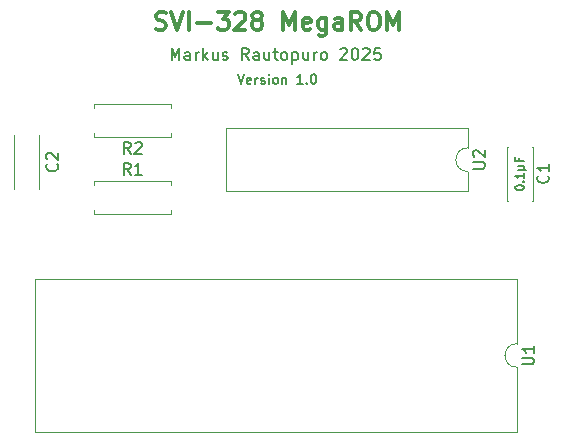
<source format=gbr>
%TF.GenerationSoftware,KiCad,Pcbnew,8.0.6*%
%TF.CreationDate,2025-01-07T17:27:52+02:00*%
%TF.ProjectId,SVI-328-MegaROM,5356492d-3332-4382-9d4d-656761524f4d,1.0*%
%TF.SameCoordinates,Original*%
%TF.FileFunction,Legend,Top*%
%TF.FilePolarity,Positive*%
%FSLAX46Y46*%
G04 Gerber Fmt 4.6, Leading zero omitted, Abs format (unit mm)*
G04 Created by KiCad (PCBNEW 8.0.6) date 2025-01-07 17:27:52*
%MOMM*%
%LPD*%
G01*
G04 APERTURE LIST*
%ADD10C,0.150000*%
%ADD11C,0.300000*%
%ADD12C,0.120000*%
G04 APERTURE END LIST*
D10*
X130620363Y-111094295D02*
X130887030Y-111894295D01*
X130887030Y-111894295D02*
X131153696Y-111094295D01*
X131725125Y-111856200D02*
X131648934Y-111894295D01*
X131648934Y-111894295D02*
X131496553Y-111894295D01*
X131496553Y-111894295D02*
X131420363Y-111856200D01*
X131420363Y-111856200D02*
X131382267Y-111780009D01*
X131382267Y-111780009D02*
X131382267Y-111475247D01*
X131382267Y-111475247D02*
X131420363Y-111399057D01*
X131420363Y-111399057D02*
X131496553Y-111360961D01*
X131496553Y-111360961D02*
X131648934Y-111360961D01*
X131648934Y-111360961D02*
X131725125Y-111399057D01*
X131725125Y-111399057D02*
X131763220Y-111475247D01*
X131763220Y-111475247D02*
X131763220Y-111551438D01*
X131763220Y-111551438D02*
X131382267Y-111627628D01*
X132106077Y-111894295D02*
X132106077Y-111360961D01*
X132106077Y-111513342D02*
X132144172Y-111437152D01*
X132144172Y-111437152D02*
X132182267Y-111399057D01*
X132182267Y-111399057D02*
X132258458Y-111360961D01*
X132258458Y-111360961D02*
X132334648Y-111360961D01*
X132563219Y-111856200D02*
X132639410Y-111894295D01*
X132639410Y-111894295D02*
X132791791Y-111894295D01*
X132791791Y-111894295D02*
X132867981Y-111856200D01*
X132867981Y-111856200D02*
X132906077Y-111780009D01*
X132906077Y-111780009D02*
X132906077Y-111741914D01*
X132906077Y-111741914D02*
X132867981Y-111665723D01*
X132867981Y-111665723D02*
X132791791Y-111627628D01*
X132791791Y-111627628D02*
X132677505Y-111627628D01*
X132677505Y-111627628D02*
X132601315Y-111589533D01*
X132601315Y-111589533D02*
X132563219Y-111513342D01*
X132563219Y-111513342D02*
X132563219Y-111475247D01*
X132563219Y-111475247D02*
X132601315Y-111399057D01*
X132601315Y-111399057D02*
X132677505Y-111360961D01*
X132677505Y-111360961D02*
X132791791Y-111360961D01*
X132791791Y-111360961D02*
X132867981Y-111399057D01*
X133248934Y-111894295D02*
X133248934Y-111360961D01*
X133248934Y-111094295D02*
X133210838Y-111132390D01*
X133210838Y-111132390D02*
X133248934Y-111170485D01*
X133248934Y-111170485D02*
X133287029Y-111132390D01*
X133287029Y-111132390D02*
X133248934Y-111094295D01*
X133248934Y-111094295D02*
X133248934Y-111170485D01*
X133744171Y-111894295D02*
X133667981Y-111856200D01*
X133667981Y-111856200D02*
X133629886Y-111818104D01*
X133629886Y-111818104D02*
X133591790Y-111741914D01*
X133591790Y-111741914D02*
X133591790Y-111513342D01*
X133591790Y-111513342D02*
X133629886Y-111437152D01*
X133629886Y-111437152D02*
X133667981Y-111399057D01*
X133667981Y-111399057D02*
X133744171Y-111360961D01*
X133744171Y-111360961D02*
X133858457Y-111360961D01*
X133858457Y-111360961D02*
X133934648Y-111399057D01*
X133934648Y-111399057D02*
X133972743Y-111437152D01*
X133972743Y-111437152D02*
X134010838Y-111513342D01*
X134010838Y-111513342D02*
X134010838Y-111741914D01*
X134010838Y-111741914D02*
X133972743Y-111818104D01*
X133972743Y-111818104D02*
X133934648Y-111856200D01*
X133934648Y-111856200D02*
X133858457Y-111894295D01*
X133858457Y-111894295D02*
X133744171Y-111894295D01*
X134353696Y-111360961D02*
X134353696Y-111894295D01*
X134353696Y-111437152D02*
X134391791Y-111399057D01*
X134391791Y-111399057D02*
X134467981Y-111360961D01*
X134467981Y-111360961D02*
X134582267Y-111360961D01*
X134582267Y-111360961D02*
X134658458Y-111399057D01*
X134658458Y-111399057D02*
X134696553Y-111475247D01*
X134696553Y-111475247D02*
X134696553Y-111894295D01*
X136106077Y-111894295D02*
X135648934Y-111894295D01*
X135877506Y-111894295D02*
X135877506Y-111094295D01*
X135877506Y-111094295D02*
X135801315Y-111208580D01*
X135801315Y-111208580D02*
X135725125Y-111284771D01*
X135725125Y-111284771D02*
X135648934Y-111322866D01*
X136448935Y-111818104D02*
X136487030Y-111856200D01*
X136487030Y-111856200D02*
X136448935Y-111894295D01*
X136448935Y-111894295D02*
X136410839Y-111856200D01*
X136410839Y-111856200D02*
X136448935Y-111818104D01*
X136448935Y-111818104D02*
X136448935Y-111894295D01*
X136982268Y-111094295D02*
X137058458Y-111094295D01*
X137058458Y-111094295D02*
X137134649Y-111132390D01*
X137134649Y-111132390D02*
X137172744Y-111170485D01*
X137172744Y-111170485D02*
X137210839Y-111246676D01*
X137210839Y-111246676D02*
X137248934Y-111399057D01*
X137248934Y-111399057D02*
X137248934Y-111589533D01*
X137248934Y-111589533D02*
X137210839Y-111741914D01*
X137210839Y-111741914D02*
X137172744Y-111818104D01*
X137172744Y-111818104D02*
X137134649Y-111856200D01*
X137134649Y-111856200D02*
X137058458Y-111894295D01*
X137058458Y-111894295D02*
X136982268Y-111894295D01*
X136982268Y-111894295D02*
X136906077Y-111856200D01*
X136906077Y-111856200D02*
X136867982Y-111818104D01*
X136867982Y-111818104D02*
X136829887Y-111741914D01*
X136829887Y-111741914D02*
X136791791Y-111589533D01*
X136791791Y-111589533D02*
X136791791Y-111399057D01*
X136791791Y-111399057D02*
X136829887Y-111246676D01*
X136829887Y-111246676D02*
X136867982Y-111170485D01*
X136867982Y-111170485D02*
X136906077Y-111132390D01*
X136906077Y-111132390D02*
X136982268Y-111094295D01*
X124996551Y-109869819D02*
X124996551Y-108869819D01*
X124996551Y-108869819D02*
X125329884Y-109584104D01*
X125329884Y-109584104D02*
X125663217Y-108869819D01*
X125663217Y-108869819D02*
X125663217Y-109869819D01*
X126567979Y-109869819D02*
X126567979Y-109346009D01*
X126567979Y-109346009D02*
X126520360Y-109250771D01*
X126520360Y-109250771D02*
X126425122Y-109203152D01*
X126425122Y-109203152D02*
X126234646Y-109203152D01*
X126234646Y-109203152D02*
X126139408Y-109250771D01*
X126567979Y-109822200D02*
X126472741Y-109869819D01*
X126472741Y-109869819D02*
X126234646Y-109869819D01*
X126234646Y-109869819D02*
X126139408Y-109822200D01*
X126139408Y-109822200D02*
X126091789Y-109726961D01*
X126091789Y-109726961D02*
X126091789Y-109631723D01*
X126091789Y-109631723D02*
X126139408Y-109536485D01*
X126139408Y-109536485D02*
X126234646Y-109488866D01*
X126234646Y-109488866D02*
X126472741Y-109488866D01*
X126472741Y-109488866D02*
X126567979Y-109441247D01*
X127044170Y-109869819D02*
X127044170Y-109203152D01*
X127044170Y-109393628D02*
X127091789Y-109298390D01*
X127091789Y-109298390D02*
X127139408Y-109250771D01*
X127139408Y-109250771D02*
X127234646Y-109203152D01*
X127234646Y-109203152D02*
X127329884Y-109203152D01*
X127663218Y-109869819D02*
X127663218Y-108869819D01*
X127758456Y-109488866D02*
X128044170Y-109869819D01*
X128044170Y-109203152D02*
X127663218Y-109584104D01*
X128901313Y-109203152D02*
X128901313Y-109869819D01*
X128472742Y-109203152D02*
X128472742Y-109726961D01*
X128472742Y-109726961D02*
X128520361Y-109822200D01*
X128520361Y-109822200D02*
X128615599Y-109869819D01*
X128615599Y-109869819D02*
X128758456Y-109869819D01*
X128758456Y-109869819D02*
X128853694Y-109822200D01*
X128853694Y-109822200D02*
X128901313Y-109774580D01*
X129329885Y-109822200D02*
X129425123Y-109869819D01*
X129425123Y-109869819D02*
X129615599Y-109869819D01*
X129615599Y-109869819D02*
X129710837Y-109822200D01*
X129710837Y-109822200D02*
X129758456Y-109726961D01*
X129758456Y-109726961D02*
X129758456Y-109679342D01*
X129758456Y-109679342D02*
X129710837Y-109584104D01*
X129710837Y-109584104D02*
X129615599Y-109536485D01*
X129615599Y-109536485D02*
X129472742Y-109536485D01*
X129472742Y-109536485D02*
X129377504Y-109488866D01*
X129377504Y-109488866D02*
X129329885Y-109393628D01*
X129329885Y-109393628D02*
X129329885Y-109346009D01*
X129329885Y-109346009D02*
X129377504Y-109250771D01*
X129377504Y-109250771D02*
X129472742Y-109203152D01*
X129472742Y-109203152D02*
X129615599Y-109203152D01*
X129615599Y-109203152D02*
X129710837Y-109250771D01*
X131520361Y-109869819D02*
X131187028Y-109393628D01*
X130948933Y-109869819D02*
X130948933Y-108869819D01*
X130948933Y-108869819D02*
X131329885Y-108869819D01*
X131329885Y-108869819D02*
X131425123Y-108917438D01*
X131425123Y-108917438D02*
X131472742Y-108965057D01*
X131472742Y-108965057D02*
X131520361Y-109060295D01*
X131520361Y-109060295D02*
X131520361Y-109203152D01*
X131520361Y-109203152D02*
X131472742Y-109298390D01*
X131472742Y-109298390D02*
X131425123Y-109346009D01*
X131425123Y-109346009D02*
X131329885Y-109393628D01*
X131329885Y-109393628D02*
X130948933Y-109393628D01*
X132377504Y-109869819D02*
X132377504Y-109346009D01*
X132377504Y-109346009D02*
X132329885Y-109250771D01*
X132329885Y-109250771D02*
X132234647Y-109203152D01*
X132234647Y-109203152D02*
X132044171Y-109203152D01*
X132044171Y-109203152D02*
X131948933Y-109250771D01*
X132377504Y-109822200D02*
X132282266Y-109869819D01*
X132282266Y-109869819D02*
X132044171Y-109869819D01*
X132044171Y-109869819D02*
X131948933Y-109822200D01*
X131948933Y-109822200D02*
X131901314Y-109726961D01*
X131901314Y-109726961D02*
X131901314Y-109631723D01*
X131901314Y-109631723D02*
X131948933Y-109536485D01*
X131948933Y-109536485D02*
X132044171Y-109488866D01*
X132044171Y-109488866D02*
X132282266Y-109488866D01*
X132282266Y-109488866D02*
X132377504Y-109441247D01*
X133282266Y-109203152D02*
X133282266Y-109869819D01*
X132853695Y-109203152D02*
X132853695Y-109726961D01*
X132853695Y-109726961D02*
X132901314Y-109822200D01*
X132901314Y-109822200D02*
X132996552Y-109869819D01*
X132996552Y-109869819D02*
X133139409Y-109869819D01*
X133139409Y-109869819D02*
X133234647Y-109822200D01*
X133234647Y-109822200D02*
X133282266Y-109774580D01*
X133615600Y-109203152D02*
X133996552Y-109203152D01*
X133758457Y-108869819D02*
X133758457Y-109726961D01*
X133758457Y-109726961D02*
X133806076Y-109822200D01*
X133806076Y-109822200D02*
X133901314Y-109869819D01*
X133901314Y-109869819D02*
X133996552Y-109869819D01*
X134472743Y-109869819D02*
X134377505Y-109822200D01*
X134377505Y-109822200D02*
X134329886Y-109774580D01*
X134329886Y-109774580D02*
X134282267Y-109679342D01*
X134282267Y-109679342D02*
X134282267Y-109393628D01*
X134282267Y-109393628D02*
X134329886Y-109298390D01*
X134329886Y-109298390D02*
X134377505Y-109250771D01*
X134377505Y-109250771D02*
X134472743Y-109203152D01*
X134472743Y-109203152D02*
X134615600Y-109203152D01*
X134615600Y-109203152D02*
X134710838Y-109250771D01*
X134710838Y-109250771D02*
X134758457Y-109298390D01*
X134758457Y-109298390D02*
X134806076Y-109393628D01*
X134806076Y-109393628D02*
X134806076Y-109679342D01*
X134806076Y-109679342D02*
X134758457Y-109774580D01*
X134758457Y-109774580D02*
X134710838Y-109822200D01*
X134710838Y-109822200D02*
X134615600Y-109869819D01*
X134615600Y-109869819D02*
X134472743Y-109869819D01*
X135234648Y-109203152D02*
X135234648Y-110203152D01*
X135234648Y-109250771D02*
X135329886Y-109203152D01*
X135329886Y-109203152D02*
X135520362Y-109203152D01*
X135520362Y-109203152D02*
X135615600Y-109250771D01*
X135615600Y-109250771D02*
X135663219Y-109298390D01*
X135663219Y-109298390D02*
X135710838Y-109393628D01*
X135710838Y-109393628D02*
X135710838Y-109679342D01*
X135710838Y-109679342D02*
X135663219Y-109774580D01*
X135663219Y-109774580D02*
X135615600Y-109822200D01*
X135615600Y-109822200D02*
X135520362Y-109869819D01*
X135520362Y-109869819D02*
X135329886Y-109869819D01*
X135329886Y-109869819D02*
X135234648Y-109822200D01*
X136567981Y-109203152D02*
X136567981Y-109869819D01*
X136139410Y-109203152D02*
X136139410Y-109726961D01*
X136139410Y-109726961D02*
X136187029Y-109822200D01*
X136187029Y-109822200D02*
X136282267Y-109869819D01*
X136282267Y-109869819D02*
X136425124Y-109869819D01*
X136425124Y-109869819D02*
X136520362Y-109822200D01*
X136520362Y-109822200D02*
X136567981Y-109774580D01*
X137044172Y-109869819D02*
X137044172Y-109203152D01*
X137044172Y-109393628D02*
X137091791Y-109298390D01*
X137091791Y-109298390D02*
X137139410Y-109250771D01*
X137139410Y-109250771D02*
X137234648Y-109203152D01*
X137234648Y-109203152D02*
X137329886Y-109203152D01*
X137806077Y-109869819D02*
X137710839Y-109822200D01*
X137710839Y-109822200D02*
X137663220Y-109774580D01*
X137663220Y-109774580D02*
X137615601Y-109679342D01*
X137615601Y-109679342D02*
X137615601Y-109393628D01*
X137615601Y-109393628D02*
X137663220Y-109298390D01*
X137663220Y-109298390D02*
X137710839Y-109250771D01*
X137710839Y-109250771D02*
X137806077Y-109203152D01*
X137806077Y-109203152D02*
X137948934Y-109203152D01*
X137948934Y-109203152D02*
X138044172Y-109250771D01*
X138044172Y-109250771D02*
X138091791Y-109298390D01*
X138091791Y-109298390D02*
X138139410Y-109393628D01*
X138139410Y-109393628D02*
X138139410Y-109679342D01*
X138139410Y-109679342D02*
X138091791Y-109774580D01*
X138091791Y-109774580D02*
X138044172Y-109822200D01*
X138044172Y-109822200D02*
X137948934Y-109869819D01*
X137948934Y-109869819D02*
X137806077Y-109869819D01*
X139282268Y-108965057D02*
X139329887Y-108917438D01*
X139329887Y-108917438D02*
X139425125Y-108869819D01*
X139425125Y-108869819D02*
X139663220Y-108869819D01*
X139663220Y-108869819D02*
X139758458Y-108917438D01*
X139758458Y-108917438D02*
X139806077Y-108965057D01*
X139806077Y-108965057D02*
X139853696Y-109060295D01*
X139853696Y-109060295D02*
X139853696Y-109155533D01*
X139853696Y-109155533D02*
X139806077Y-109298390D01*
X139806077Y-109298390D02*
X139234649Y-109869819D01*
X139234649Y-109869819D02*
X139853696Y-109869819D01*
X140472744Y-108869819D02*
X140567982Y-108869819D01*
X140567982Y-108869819D02*
X140663220Y-108917438D01*
X140663220Y-108917438D02*
X140710839Y-108965057D01*
X140710839Y-108965057D02*
X140758458Y-109060295D01*
X140758458Y-109060295D02*
X140806077Y-109250771D01*
X140806077Y-109250771D02*
X140806077Y-109488866D01*
X140806077Y-109488866D02*
X140758458Y-109679342D01*
X140758458Y-109679342D02*
X140710839Y-109774580D01*
X140710839Y-109774580D02*
X140663220Y-109822200D01*
X140663220Y-109822200D02*
X140567982Y-109869819D01*
X140567982Y-109869819D02*
X140472744Y-109869819D01*
X140472744Y-109869819D02*
X140377506Y-109822200D01*
X140377506Y-109822200D02*
X140329887Y-109774580D01*
X140329887Y-109774580D02*
X140282268Y-109679342D01*
X140282268Y-109679342D02*
X140234649Y-109488866D01*
X140234649Y-109488866D02*
X140234649Y-109250771D01*
X140234649Y-109250771D02*
X140282268Y-109060295D01*
X140282268Y-109060295D02*
X140329887Y-108965057D01*
X140329887Y-108965057D02*
X140377506Y-108917438D01*
X140377506Y-108917438D02*
X140472744Y-108869819D01*
X141187030Y-108965057D02*
X141234649Y-108917438D01*
X141234649Y-108917438D02*
X141329887Y-108869819D01*
X141329887Y-108869819D02*
X141567982Y-108869819D01*
X141567982Y-108869819D02*
X141663220Y-108917438D01*
X141663220Y-108917438D02*
X141710839Y-108965057D01*
X141710839Y-108965057D02*
X141758458Y-109060295D01*
X141758458Y-109060295D02*
X141758458Y-109155533D01*
X141758458Y-109155533D02*
X141710839Y-109298390D01*
X141710839Y-109298390D02*
X141139411Y-109869819D01*
X141139411Y-109869819D02*
X141758458Y-109869819D01*
X142663220Y-108869819D02*
X142187030Y-108869819D01*
X142187030Y-108869819D02*
X142139411Y-109346009D01*
X142139411Y-109346009D02*
X142187030Y-109298390D01*
X142187030Y-109298390D02*
X142282268Y-109250771D01*
X142282268Y-109250771D02*
X142520363Y-109250771D01*
X142520363Y-109250771D02*
X142615601Y-109298390D01*
X142615601Y-109298390D02*
X142663220Y-109346009D01*
X142663220Y-109346009D02*
X142710839Y-109441247D01*
X142710839Y-109441247D02*
X142710839Y-109679342D01*
X142710839Y-109679342D02*
X142663220Y-109774580D01*
X142663220Y-109774580D02*
X142615601Y-109822200D01*
X142615601Y-109822200D02*
X142520363Y-109869819D01*
X142520363Y-109869819D02*
X142282268Y-109869819D01*
X142282268Y-109869819D02*
X142187030Y-109822200D01*
X142187030Y-109822200D02*
X142139411Y-109774580D01*
D11*
X123678572Y-107229400D02*
X123892858Y-107300828D01*
X123892858Y-107300828D02*
X124250000Y-107300828D01*
X124250000Y-107300828D02*
X124392858Y-107229400D01*
X124392858Y-107229400D02*
X124464286Y-107157971D01*
X124464286Y-107157971D02*
X124535715Y-107015114D01*
X124535715Y-107015114D02*
X124535715Y-106872257D01*
X124535715Y-106872257D02*
X124464286Y-106729400D01*
X124464286Y-106729400D02*
X124392858Y-106657971D01*
X124392858Y-106657971D02*
X124250000Y-106586542D01*
X124250000Y-106586542D02*
X123964286Y-106515114D01*
X123964286Y-106515114D02*
X123821429Y-106443685D01*
X123821429Y-106443685D02*
X123750000Y-106372257D01*
X123750000Y-106372257D02*
X123678572Y-106229400D01*
X123678572Y-106229400D02*
X123678572Y-106086542D01*
X123678572Y-106086542D02*
X123750000Y-105943685D01*
X123750000Y-105943685D02*
X123821429Y-105872257D01*
X123821429Y-105872257D02*
X123964286Y-105800828D01*
X123964286Y-105800828D02*
X124321429Y-105800828D01*
X124321429Y-105800828D02*
X124535715Y-105872257D01*
X124964286Y-105800828D02*
X125464286Y-107300828D01*
X125464286Y-107300828D02*
X125964286Y-105800828D01*
X126464285Y-107300828D02*
X126464285Y-105800828D01*
X127178571Y-106729400D02*
X128321429Y-106729400D01*
X128892857Y-105800828D02*
X129821429Y-105800828D01*
X129821429Y-105800828D02*
X129321429Y-106372257D01*
X129321429Y-106372257D02*
X129535714Y-106372257D01*
X129535714Y-106372257D02*
X129678572Y-106443685D01*
X129678572Y-106443685D02*
X129750000Y-106515114D01*
X129750000Y-106515114D02*
X129821429Y-106657971D01*
X129821429Y-106657971D02*
X129821429Y-107015114D01*
X129821429Y-107015114D02*
X129750000Y-107157971D01*
X129750000Y-107157971D02*
X129678572Y-107229400D01*
X129678572Y-107229400D02*
X129535714Y-107300828D01*
X129535714Y-107300828D02*
X129107143Y-107300828D01*
X129107143Y-107300828D02*
X128964286Y-107229400D01*
X128964286Y-107229400D02*
X128892857Y-107157971D01*
X130392857Y-105943685D02*
X130464285Y-105872257D01*
X130464285Y-105872257D02*
X130607143Y-105800828D01*
X130607143Y-105800828D02*
X130964285Y-105800828D01*
X130964285Y-105800828D02*
X131107143Y-105872257D01*
X131107143Y-105872257D02*
X131178571Y-105943685D01*
X131178571Y-105943685D02*
X131250000Y-106086542D01*
X131250000Y-106086542D02*
X131250000Y-106229400D01*
X131250000Y-106229400D02*
X131178571Y-106443685D01*
X131178571Y-106443685D02*
X130321428Y-107300828D01*
X130321428Y-107300828D02*
X131250000Y-107300828D01*
X132107142Y-106443685D02*
X131964285Y-106372257D01*
X131964285Y-106372257D02*
X131892856Y-106300828D01*
X131892856Y-106300828D02*
X131821428Y-106157971D01*
X131821428Y-106157971D02*
X131821428Y-106086542D01*
X131821428Y-106086542D02*
X131892856Y-105943685D01*
X131892856Y-105943685D02*
X131964285Y-105872257D01*
X131964285Y-105872257D02*
X132107142Y-105800828D01*
X132107142Y-105800828D02*
X132392856Y-105800828D01*
X132392856Y-105800828D02*
X132535714Y-105872257D01*
X132535714Y-105872257D02*
X132607142Y-105943685D01*
X132607142Y-105943685D02*
X132678571Y-106086542D01*
X132678571Y-106086542D02*
X132678571Y-106157971D01*
X132678571Y-106157971D02*
X132607142Y-106300828D01*
X132607142Y-106300828D02*
X132535714Y-106372257D01*
X132535714Y-106372257D02*
X132392856Y-106443685D01*
X132392856Y-106443685D02*
X132107142Y-106443685D01*
X132107142Y-106443685D02*
X131964285Y-106515114D01*
X131964285Y-106515114D02*
X131892856Y-106586542D01*
X131892856Y-106586542D02*
X131821428Y-106729400D01*
X131821428Y-106729400D02*
X131821428Y-107015114D01*
X131821428Y-107015114D02*
X131892856Y-107157971D01*
X131892856Y-107157971D02*
X131964285Y-107229400D01*
X131964285Y-107229400D02*
X132107142Y-107300828D01*
X132107142Y-107300828D02*
X132392856Y-107300828D01*
X132392856Y-107300828D02*
X132535714Y-107229400D01*
X132535714Y-107229400D02*
X132607142Y-107157971D01*
X132607142Y-107157971D02*
X132678571Y-107015114D01*
X132678571Y-107015114D02*
X132678571Y-106729400D01*
X132678571Y-106729400D02*
X132607142Y-106586542D01*
X132607142Y-106586542D02*
X132535714Y-106515114D01*
X132535714Y-106515114D02*
X132392856Y-106443685D01*
X134464284Y-107300828D02*
X134464284Y-105800828D01*
X134464284Y-105800828D02*
X134964284Y-106872257D01*
X134964284Y-106872257D02*
X135464284Y-105800828D01*
X135464284Y-105800828D02*
X135464284Y-107300828D01*
X136749999Y-107229400D02*
X136607142Y-107300828D01*
X136607142Y-107300828D02*
X136321428Y-107300828D01*
X136321428Y-107300828D02*
X136178570Y-107229400D01*
X136178570Y-107229400D02*
X136107142Y-107086542D01*
X136107142Y-107086542D02*
X136107142Y-106515114D01*
X136107142Y-106515114D02*
X136178570Y-106372257D01*
X136178570Y-106372257D02*
X136321428Y-106300828D01*
X136321428Y-106300828D02*
X136607142Y-106300828D01*
X136607142Y-106300828D02*
X136749999Y-106372257D01*
X136749999Y-106372257D02*
X136821428Y-106515114D01*
X136821428Y-106515114D02*
X136821428Y-106657971D01*
X136821428Y-106657971D02*
X136107142Y-106800828D01*
X138107142Y-106300828D02*
X138107142Y-107515114D01*
X138107142Y-107515114D02*
X138035713Y-107657971D01*
X138035713Y-107657971D02*
X137964284Y-107729400D01*
X137964284Y-107729400D02*
X137821427Y-107800828D01*
X137821427Y-107800828D02*
X137607142Y-107800828D01*
X137607142Y-107800828D02*
X137464284Y-107729400D01*
X138107142Y-107229400D02*
X137964284Y-107300828D01*
X137964284Y-107300828D02*
X137678570Y-107300828D01*
X137678570Y-107300828D02*
X137535713Y-107229400D01*
X137535713Y-107229400D02*
X137464284Y-107157971D01*
X137464284Y-107157971D02*
X137392856Y-107015114D01*
X137392856Y-107015114D02*
X137392856Y-106586542D01*
X137392856Y-106586542D02*
X137464284Y-106443685D01*
X137464284Y-106443685D02*
X137535713Y-106372257D01*
X137535713Y-106372257D02*
X137678570Y-106300828D01*
X137678570Y-106300828D02*
X137964284Y-106300828D01*
X137964284Y-106300828D02*
X138107142Y-106372257D01*
X139464285Y-107300828D02*
X139464285Y-106515114D01*
X139464285Y-106515114D02*
X139392856Y-106372257D01*
X139392856Y-106372257D02*
X139249999Y-106300828D01*
X139249999Y-106300828D02*
X138964285Y-106300828D01*
X138964285Y-106300828D02*
X138821427Y-106372257D01*
X139464285Y-107229400D02*
X139321427Y-107300828D01*
X139321427Y-107300828D02*
X138964285Y-107300828D01*
X138964285Y-107300828D02*
X138821427Y-107229400D01*
X138821427Y-107229400D02*
X138749999Y-107086542D01*
X138749999Y-107086542D02*
X138749999Y-106943685D01*
X138749999Y-106943685D02*
X138821427Y-106800828D01*
X138821427Y-106800828D02*
X138964285Y-106729400D01*
X138964285Y-106729400D02*
X139321427Y-106729400D01*
X139321427Y-106729400D02*
X139464285Y-106657971D01*
X141035713Y-107300828D02*
X140535713Y-106586542D01*
X140178570Y-107300828D02*
X140178570Y-105800828D01*
X140178570Y-105800828D02*
X140749999Y-105800828D01*
X140749999Y-105800828D02*
X140892856Y-105872257D01*
X140892856Y-105872257D02*
X140964285Y-105943685D01*
X140964285Y-105943685D02*
X141035713Y-106086542D01*
X141035713Y-106086542D02*
X141035713Y-106300828D01*
X141035713Y-106300828D02*
X140964285Y-106443685D01*
X140964285Y-106443685D02*
X140892856Y-106515114D01*
X140892856Y-106515114D02*
X140749999Y-106586542D01*
X140749999Y-106586542D02*
X140178570Y-106586542D01*
X141964285Y-105800828D02*
X142249999Y-105800828D01*
X142249999Y-105800828D02*
X142392856Y-105872257D01*
X142392856Y-105872257D02*
X142535713Y-106015114D01*
X142535713Y-106015114D02*
X142607142Y-106300828D01*
X142607142Y-106300828D02*
X142607142Y-106800828D01*
X142607142Y-106800828D02*
X142535713Y-107086542D01*
X142535713Y-107086542D02*
X142392856Y-107229400D01*
X142392856Y-107229400D02*
X142249999Y-107300828D01*
X142249999Y-107300828D02*
X141964285Y-107300828D01*
X141964285Y-107300828D02*
X141821428Y-107229400D01*
X141821428Y-107229400D02*
X141678570Y-107086542D01*
X141678570Y-107086542D02*
X141607142Y-106800828D01*
X141607142Y-106800828D02*
X141607142Y-106300828D01*
X141607142Y-106300828D02*
X141678570Y-106015114D01*
X141678570Y-106015114D02*
X141821428Y-105872257D01*
X141821428Y-105872257D02*
X141964285Y-105800828D01*
X143249999Y-107300828D02*
X143249999Y-105800828D01*
X143249999Y-105800828D02*
X143749999Y-106872257D01*
X143749999Y-106872257D02*
X144249999Y-105800828D01*
X144249999Y-105800828D02*
X144249999Y-107300828D01*
D10*
X121523333Y-117824819D02*
X121190000Y-117348628D01*
X120951905Y-117824819D02*
X120951905Y-116824819D01*
X120951905Y-116824819D02*
X121332857Y-116824819D01*
X121332857Y-116824819D02*
X121428095Y-116872438D01*
X121428095Y-116872438D02*
X121475714Y-116920057D01*
X121475714Y-116920057D02*
X121523333Y-117015295D01*
X121523333Y-117015295D02*
X121523333Y-117158152D01*
X121523333Y-117158152D02*
X121475714Y-117253390D01*
X121475714Y-117253390D02*
X121428095Y-117301009D01*
X121428095Y-117301009D02*
X121332857Y-117348628D01*
X121332857Y-117348628D02*
X120951905Y-117348628D01*
X121904286Y-116920057D02*
X121951905Y-116872438D01*
X121951905Y-116872438D02*
X122047143Y-116824819D01*
X122047143Y-116824819D02*
X122285238Y-116824819D01*
X122285238Y-116824819D02*
X122380476Y-116872438D01*
X122380476Y-116872438D02*
X122428095Y-116920057D01*
X122428095Y-116920057D02*
X122475714Y-117015295D01*
X122475714Y-117015295D02*
X122475714Y-117110533D01*
X122475714Y-117110533D02*
X122428095Y-117253390D01*
X122428095Y-117253390D02*
X121856667Y-117824819D01*
X121856667Y-117824819D02*
X122475714Y-117824819D01*
X121523333Y-119584819D02*
X121190000Y-119108628D01*
X120951905Y-119584819D02*
X120951905Y-118584819D01*
X120951905Y-118584819D02*
X121332857Y-118584819D01*
X121332857Y-118584819D02*
X121428095Y-118632438D01*
X121428095Y-118632438D02*
X121475714Y-118680057D01*
X121475714Y-118680057D02*
X121523333Y-118775295D01*
X121523333Y-118775295D02*
X121523333Y-118918152D01*
X121523333Y-118918152D02*
X121475714Y-119013390D01*
X121475714Y-119013390D02*
X121428095Y-119061009D01*
X121428095Y-119061009D02*
X121332857Y-119108628D01*
X121332857Y-119108628D02*
X120951905Y-119108628D01*
X122475714Y-119584819D02*
X121904286Y-119584819D01*
X122190000Y-119584819D02*
X122190000Y-118584819D01*
X122190000Y-118584819D02*
X122094762Y-118727676D01*
X122094762Y-118727676D02*
X121999524Y-118822914D01*
X121999524Y-118822914D02*
X121904286Y-118870533D01*
X150524819Y-119071904D02*
X151334342Y-119071904D01*
X151334342Y-119071904D02*
X151429580Y-119024285D01*
X151429580Y-119024285D02*
X151477200Y-118976666D01*
X151477200Y-118976666D02*
X151524819Y-118881428D01*
X151524819Y-118881428D02*
X151524819Y-118690952D01*
X151524819Y-118690952D02*
X151477200Y-118595714D01*
X151477200Y-118595714D02*
X151429580Y-118548095D01*
X151429580Y-118548095D02*
X151334342Y-118500476D01*
X151334342Y-118500476D02*
X150524819Y-118500476D01*
X150620057Y-118071904D02*
X150572438Y-118024285D01*
X150572438Y-118024285D02*
X150524819Y-117929047D01*
X150524819Y-117929047D02*
X150524819Y-117690952D01*
X150524819Y-117690952D02*
X150572438Y-117595714D01*
X150572438Y-117595714D02*
X150620057Y-117548095D01*
X150620057Y-117548095D02*
X150715295Y-117500476D01*
X150715295Y-117500476D02*
X150810533Y-117500476D01*
X150810533Y-117500476D02*
X150953390Y-117548095D01*
X150953390Y-117548095D02*
X151524819Y-118119523D01*
X151524819Y-118119523D02*
X151524819Y-117500476D01*
X154684819Y-135641904D02*
X155494342Y-135641904D01*
X155494342Y-135641904D02*
X155589580Y-135594285D01*
X155589580Y-135594285D02*
X155637200Y-135546666D01*
X155637200Y-135546666D02*
X155684819Y-135451428D01*
X155684819Y-135451428D02*
X155684819Y-135260952D01*
X155684819Y-135260952D02*
X155637200Y-135165714D01*
X155637200Y-135165714D02*
X155589580Y-135118095D01*
X155589580Y-135118095D02*
X155494342Y-135070476D01*
X155494342Y-135070476D02*
X154684819Y-135070476D01*
X155684819Y-134070476D02*
X155684819Y-134641904D01*
X155684819Y-134356190D02*
X154684819Y-134356190D01*
X154684819Y-134356190D02*
X154827676Y-134451428D01*
X154827676Y-134451428D02*
X154922914Y-134546666D01*
X154922914Y-134546666D02*
X154970533Y-134641904D01*
X115299580Y-118666666D02*
X115347200Y-118714285D01*
X115347200Y-118714285D02*
X115394819Y-118857142D01*
X115394819Y-118857142D02*
X115394819Y-118952380D01*
X115394819Y-118952380D02*
X115347200Y-119095237D01*
X115347200Y-119095237D02*
X115251961Y-119190475D01*
X115251961Y-119190475D02*
X115156723Y-119238094D01*
X115156723Y-119238094D02*
X114966247Y-119285713D01*
X114966247Y-119285713D02*
X114823390Y-119285713D01*
X114823390Y-119285713D02*
X114632914Y-119238094D01*
X114632914Y-119238094D02*
X114537676Y-119190475D01*
X114537676Y-119190475D02*
X114442438Y-119095237D01*
X114442438Y-119095237D02*
X114394819Y-118952380D01*
X114394819Y-118952380D02*
X114394819Y-118857142D01*
X114394819Y-118857142D02*
X114442438Y-118714285D01*
X114442438Y-118714285D02*
X114490057Y-118666666D01*
X114490057Y-118285713D02*
X114442438Y-118238094D01*
X114442438Y-118238094D02*
X114394819Y-118142856D01*
X114394819Y-118142856D02*
X114394819Y-117904761D01*
X114394819Y-117904761D02*
X114442438Y-117809523D01*
X114442438Y-117809523D02*
X114490057Y-117761904D01*
X114490057Y-117761904D02*
X114585295Y-117714285D01*
X114585295Y-117714285D02*
X114680533Y-117714285D01*
X114680533Y-117714285D02*
X114823390Y-117761904D01*
X114823390Y-117761904D02*
X115394819Y-118333332D01*
X115394819Y-118333332D02*
X115394819Y-117714285D01*
X154116033Y-120700000D02*
X154116033Y-120633333D01*
X154116033Y-120633333D02*
X154149366Y-120566666D01*
X154149366Y-120566666D02*
X154182700Y-120533333D01*
X154182700Y-120533333D02*
X154249366Y-120500000D01*
X154249366Y-120500000D02*
X154382700Y-120466666D01*
X154382700Y-120466666D02*
X154549366Y-120466666D01*
X154549366Y-120466666D02*
X154682700Y-120500000D01*
X154682700Y-120500000D02*
X154749366Y-120533333D01*
X154749366Y-120533333D02*
X154782700Y-120566666D01*
X154782700Y-120566666D02*
X154816033Y-120633333D01*
X154816033Y-120633333D02*
X154816033Y-120700000D01*
X154816033Y-120700000D02*
X154782700Y-120766666D01*
X154782700Y-120766666D02*
X154749366Y-120800000D01*
X154749366Y-120800000D02*
X154682700Y-120833333D01*
X154682700Y-120833333D02*
X154549366Y-120866666D01*
X154549366Y-120866666D02*
X154382700Y-120866666D01*
X154382700Y-120866666D02*
X154249366Y-120833333D01*
X154249366Y-120833333D02*
X154182700Y-120800000D01*
X154182700Y-120800000D02*
X154149366Y-120766666D01*
X154149366Y-120766666D02*
X154116033Y-120700000D01*
X154749366Y-120166666D02*
X154782700Y-120133333D01*
X154782700Y-120133333D02*
X154816033Y-120166666D01*
X154816033Y-120166666D02*
X154782700Y-120199999D01*
X154782700Y-120199999D02*
X154749366Y-120166666D01*
X154749366Y-120166666D02*
X154816033Y-120166666D01*
X154816033Y-119466666D02*
X154816033Y-119866666D01*
X154816033Y-119666666D02*
X154116033Y-119666666D01*
X154116033Y-119666666D02*
X154216033Y-119733333D01*
X154216033Y-119733333D02*
X154282700Y-119800000D01*
X154282700Y-119800000D02*
X154316033Y-119866666D01*
X154349366Y-119166666D02*
X155049366Y-119166666D01*
X154716033Y-118833333D02*
X154782700Y-118799999D01*
X154782700Y-118799999D02*
X154816033Y-118733333D01*
X154716033Y-119166666D02*
X154782700Y-119133333D01*
X154782700Y-119133333D02*
X154816033Y-119066666D01*
X154816033Y-119066666D02*
X154816033Y-118933333D01*
X154816033Y-118933333D02*
X154782700Y-118866666D01*
X154782700Y-118866666D02*
X154716033Y-118833333D01*
X154716033Y-118833333D02*
X154349366Y-118833333D01*
X154449366Y-118200000D02*
X154449366Y-118433333D01*
X154816033Y-118433333D02*
X154116033Y-118433333D01*
X154116033Y-118433333D02*
X154116033Y-118100000D01*
X156859580Y-119666666D02*
X156907200Y-119714285D01*
X156907200Y-119714285D02*
X156954819Y-119857142D01*
X156954819Y-119857142D02*
X156954819Y-119952380D01*
X156954819Y-119952380D02*
X156907200Y-120095237D01*
X156907200Y-120095237D02*
X156811961Y-120190475D01*
X156811961Y-120190475D02*
X156716723Y-120238094D01*
X156716723Y-120238094D02*
X156526247Y-120285713D01*
X156526247Y-120285713D02*
X156383390Y-120285713D01*
X156383390Y-120285713D02*
X156192914Y-120238094D01*
X156192914Y-120238094D02*
X156097676Y-120190475D01*
X156097676Y-120190475D02*
X156002438Y-120095237D01*
X156002438Y-120095237D02*
X155954819Y-119952380D01*
X155954819Y-119952380D02*
X155954819Y-119857142D01*
X155954819Y-119857142D02*
X156002438Y-119714285D01*
X156002438Y-119714285D02*
X156050057Y-119666666D01*
X156954819Y-118714285D02*
X156954819Y-119285713D01*
X156954819Y-118999999D02*
X155954819Y-118999999D01*
X155954819Y-118999999D02*
X156097676Y-119095237D01*
X156097676Y-119095237D02*
X156192914Y-119190475D01*
X156192914Y-119190475D02*
X156240533Y-119285713D01*
D12*
%TO.C,R2*%
X118420000Y-113630000D02*
X118420000Y-113960000D01*
X118420000Y-116370000D02*
X118420000Y-116040000D01*
X124960000Y-113630000D02*
X118420000Y-113630000D01*
X124960000Y-113960000D02*
X124960000Y-113630000D01*
X124960000Y-116040000D02*
X124960000Y-116370000D01*
X124960000Y-116370000D02*
X118420000Y-116370000D01*
%TO.C,R1*%
X118420000Y-120130000D02*
X124960000Y-120130000D01*
X118420000Y-120460000D02*
X118420000Y-120130000D01*
X118420000Y-122540000D02*
X118420000Y-122870000D01*
X118420000Y-122870000D02*
X124960000Y-122870000D01*
X124960000Y-120130000D02*
X124960000Y-120460000D01*
X124960000Y-122870000D02*
X124960000Y-122540000D01*
%TO.C,U2*%
X150070000Y-115660000D02*
X129630000Y-115660000D01*
X129630000Y-115660000D02*
X129630000Y-120960000D01*
X150070000Y-117310000D02*
X150070000Y-115660000D01*
X150070000Y-120960000D02*
X150070000Y-119310000D01*
X129630000Y-120960000D02*
X150070000Y-120960000D01*
X150070000Y-119310000D02*
G75*
G02*
X150070000Y-117310000I0J1000000D01*
G01*
%TO.C,U1*%
X154230000Y-128420000D02*
X113470000Y-128420000D01*
X113470000Y-128420000D02*
X113470000Y-141340000D01*
X154230000Y-133880000D02*
X154230000Y-128420000D01*
X154230000Y-141340000D02*
X154230000Y-135880000D01*
X113470000Y-141340000D02*
X154230000Y-141340000D01*
X154230000Y-135880000D02*
G75*
G02*
X154230000Y-133880000I0J1000000D01*
G01*
%TO.C,C2*%
X111685000Y-120770000D02*
X111670000Y-120770000D01*
X113810000Y-120770000D02*
X113795000Y-120770000D01*
X111670000Y-116230000D02*
X111670000Y-120770000D01*
X111685000Y-116230000D02*
X111670000Y-116230000D01*
X113810000Y-116230000D02*
X113810000Y-120770000D01*
X113810000Y-116230000D02*
X113795000Y-116230000D01*
%TO.C,C1*%
X153430000Y-117230000D02*
X153445000Y-117230000D01*
X153430000Y-121770000D02*
X153430000Y-117230000D01*
X153430000Y-121770000D02*
X153445000Y-121770000D01*
X155555000Y-117230000D02*
X155570000Y-117230000D01*
X155555000Y-121770000D02*
X155570000Y-121770000D01*
X155570000Y-121770000D02*
X155570000Y-117230000D01*
%TD*%
M02*

</source>
